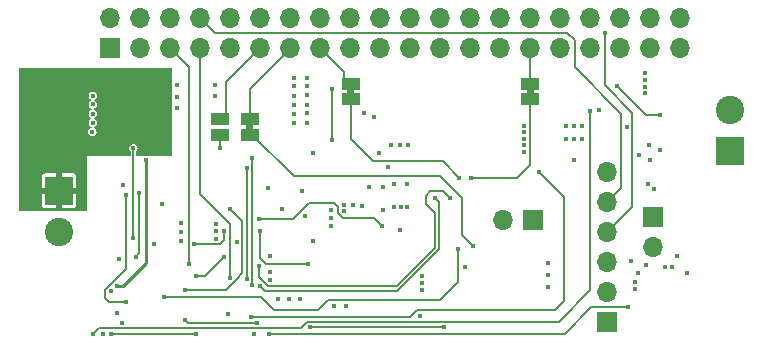
<source format=gbl>
%TF.GenerationSoftware,KiCad,Pcbnew,(6.0.5)*%
%TF.CreationDate,2022-05-29T19:21:05+02:00*%
%TF.ProjectId,SolarCamPiV2,536f6c61-7243-4616-9d50-6956322e6b69,rev?*%
%TF.SameCoordinates,Original*%
%TF.FileFunction,Copper,L4,Bot*%
%TF.FilePolarity,Positive*%
%FSLAX46Y46*%
G04 Gerber Fmt 4.6, Leading zero omitted, Abs format (unit mm)*
G04 Created by KiCad (PCBNEW (6.0.5)) date 2022-05-29 19:21:05*
%MOMM*%
%LPD*%
G01*
G04 APERTURE LIST*
%TA.AperFunction,ComponentPad*%
%ADD10R,1.700000X1.700000*%
%TD*%
%TA.AperFunction,ComponentPad*%
%ADD11O,1.700000X1.700000*%
%TD*%
%TA.AperFunction,ComponentPad*%
%ADD12R,2.400000X2.400000*%
%TD*%
%TA.AperFunction,ComponentPad*%
%ADD13C,2.400000*%
%TD*%
%TA.AperFunction,SMDPad,CuDef*%
%ADD14R,1.500000X1.000000*%
%TD*%
%TA.AperFunction,ViaPad*%
%ADD15C,0.450000*%
%TD*%
%TA.AperFunction,Conductor*%
%ADD16C,0.127000*%
%TD*%
%TA.AperFunction,Conductor*%
%ADD17C,0.250000*%
%TD*%
G04 APERTURE END LIST*
%TO.C,JP5*%
G36*
X144300000Y-108750000D02*
G01*
X143700000Y-108750000D01*
X143700000Y-108250000D01*
X144300000Y-108250000D01*
X144300000Y-108750000D01*
G37*
%TO.C,JP3*%
G36*
X120525000Y-111775000D02*
G01*
X119925000Y-111775000D01*
X119925000Y-111275000D01*
X120525000Y-111275000D01*
X120525000Y-111775000D01*
G37*
%TO.C,JP6*%
G36*
X129100000Y-108750000D02*
G01*
X128500000Y-108750000D01*
X128500000Y-108250000D01*
X129100000Y-108250000D01*
X129100000Y-108750000D01*
G37*
%TD*%
D10*
%TO.P,JP1,1,A*%
%TO.N,+3V3*%
X144250000Y-119425000D03*
D11*
%TO.P,JP1,2,B*%
%TO.N,/rpi_on_stm*%
X141710000Y-119425000D03*
%TD*%
D10*
%TO.P,J3,1,Pin_1*%
%TO.N,GND3*%
X150500000Y-128050000D03*
D11*
%TO.P,J3,2,Pin_2*%
%TO.N,unconnected-(J3-Pad2)*%
X150500000Y-125510000D03*
%TO.P,J3,3,Pin_3*%
%TO.N,unconnected-(J3-Pad3)*%
X150500000Y-122970000D03*
%TO.P,J3,4,Pin_4*%
%TO.N,/TX*%
X150500000Y-120430000D03*
%TO.P,J3,5,Pin_5*%
%TO.N,/RX*%
X150500000Y-117890000D03*
%TO.P,J3,6,Pin_6*%
%TO.N,unconnected-(J3-Pad6)*%
X150500000Y-115350000D03*
%TD*%
D12*
%TO.P,SC1,1,+*%
%TO.N,/+SOLAR*%
X104100000Y-116900000D03*
D13*
%TO.P,SC1,2,-*%
%TO.N,GND*%
X104100000Y-120400000D03*
%TD*%
D12*
%TO.P,BT1,1,+*%
%TO.N,Net-(BT1-Pad1)*%
X160900000Y-113550000D03*
D13*
%TO.P,BT1,2,-*%
%TO.N,GND2*%
X160900000Y-110050000D03*
%TD*%
D10*
%TO.P,JP4,1,A*%
%TO.N,+3V3*%
X154425000Y-119100000D03*
D11*
%TO.P,JP4,2,B*%
%TO.N,/u_batt_div_on*%
X154425000Y-121640000D03*
%TD*%
D14*
%TO.P,JP2,1,A*%
%TO.N,/~{RST}*%
X117725000Y-112175000D03*
%TO.P,JP2,2,B*%
%TO.N,Net-(J2-Pad11)*%
X117725000Y-110875000D03*
%TD*%
D10*
%TO.P,J2,1,Pin_1*%
%TO.N,unconnected-(J2-Pad1)*%
X108400000Y-104800000D03*
D11*
%TO.P,J2,2,Pin_2*%
%TO.N,+5V*%
X108400000Y-102260000D03*
%TO.P,J2,3,Pin_3*%
%TO.N,/SDA*%
X110940000Y-104800000D03*
%TO.P,J2,4,Pin_4*%
%TO.N,+5V*%
X110940000Y-102260000D03*
%TO.P,J2,5,Pin_5*%
%TO.N,/SCL*%
X113480000Y-104800000D03*
%TO.P,J2,6,Pin_6*%
%TO.N,GND3*%
X113480000Y-102260000D03*
%TO.P,J2,7,Pin_7*%
%TO.N,/GPIO*%
X116020000Y-104800000D03*
%TO.P,J2,8,Pin_8*%
%TO.N,/RX*%
X116020000Y-102260000D03*
%TO.P,J2,9,Pin_9*%
%TO.N,GND3*%
X118560000Y-104800000D03*
%TO.P,J2,10,Pin_10*%
%TO.N,/TX*%
X118560000Y-102260000D03*
%TO.P,J2,11,Pin_11*%
%TO.N,Net-(J2-Pad11)*%
X121100000Y-104800000D03*
%TO.P,J2,12,Pin_12*%
%TO.N,unconnected-(J2-Pad12)*%
X121100000Y-102260000D03*
%TO.P,J2,13,Pin_13*%
%TO.N,Net-(J2-Pad13)*%
X123640000Y-104800000D03*
%TO.P,J2,14,Pin_14*%
%TO.N,GND3*%
X123640000Y-102260000D03*
%TO.P,J2,15,Pin_15*%
%TO.N,Net-(J2-Pad15)*%
X126180000Y-104800000D03*
%TO.P,J2,16,Pin_16*%
%TO.N,unconnected-(J2-Pad16)*%
X126180000Y-102260000D03*
%TO.P,J2,17,Pin_17*%
%TO.N,unconnected-(J2-Pad17)*%
X128720000Y-104800000D03*
%TO.P,J2,18,Pin_18*%
%TO.N,unconnected-(J2-Pad18)*%
X128720000Y-102260000D03*
%TO.P,J2,19,Pin_19*%
%TO.N,unconnected-(J2-Pad19)*%
X131260000Y-104800000D03*
%TO.P,J2,20,Pin_20*%
%TO.N,GND3*%
X131260000Y-102260000D03*
%TO.P,J2,21,Pin_21*%
%TO.N,unconnected-(J2-Pad21)*%
X133800000Y-104800000D03*
%TO.P,J2,22,Pin_22*%
%TO.N,unconnected-(J2-Pad22)*%
X133800000Y-102260000D03*
%TO.P,J2,23,Pin_23*%
%TO.N,unconnected-(J2-Pad23)*%
X136340000Y-104800000D03*
%TO.P,J2,24,Pin_24*%
%TO.N,unconnected-(J2-Pad24)*%
X136340000Y-102260000D03*
%TO.P,J2,25,Pin_25*%
%TO.N,GND3*%
X138880000Y-104800000D03*
%TO.P,J2,26,Pin_26*%
%TO.N,unconnected-(J2-Pad26)*%
X138880000Y-102260000D03*
%TO.P,J2,27,Pin_27*%
%TO.N,unconnected-(J2-Pad27)*%
X141420000Y-104800000D03*
%TO.P,J2,28,Pin_28*%
%TO.N,unconnected-(J2-Pad28)*%
X141420000Y-102260000D03*
%TO.P,J2,29,Pin_29*%
%TO.N,Net-(J2-Pad29)*%
X143960000Y-104800000D03*
%TO.P,J2,30,Pin_30*%
%TO.N,GND3*%
X143960000Y-102260000D03*
%TO.P,J2,31,Pin_31*%
%TO.N,unconnected-(J2-Pad31)*%
X146500000Y-104800000D03*
%TO.P,J2,32,Pin_32*%
%TO.N,unconnected-(J2-Pad32)*%
X146500000Y-102260000D03*
%TO.P,J2,33,Pin_33*%
%TO.N,unconnected-(J2-Pad33)*%
X149040000Y-104800000D03*
%TO.P,J2,34,Pin_34*%
%TO.N,GND3*%
X149040000Y-102260000D03*
%TO.P,J2,35,Pin_35*%
%TO.N,unconnected-(J2-Pad35)*%
X151580000Y-104800000D03*
%TO.P,J2,36,Pin_36*%
%TO.N,unconnected-(J2-Pad36)*%
X151580000Y-102260000D03*
%TO.P,J2,37,Pin_37*%
%TO.N,unconnected-(J2-Pad37)*%
X154120000Y-104800000D03*
%TO.P,J2,38,Pin_38*%
%TO.N,unconnected-(J2-Pad38)*%
X154120000Y-102260000D03*
%TO.P,J2,39,Pin_39*%
%TO.N,GND3*%
X156660000Y-104800000D03*
%TO.P,J2,40,Pin_40*%
%TO.N,unconnected-(J2-Pad40)*%
X156660000Y-102260000D03*
%TD*%
D14*
%TO.P,JP5,1,A*%
%TO.N,/SWCLK*%
X144000000Y-109150000D03*
%TO.P,JP5,2,B*%
%TO.N,Net-(J2-Pad29)*%
X144000000Y-107850000D03*
%TD*%
%TO.P,JP3,1,A*%
%TO.N,/rpi_on_rpi*%
X120225000Y-112175000D03*
%TO.P,JP3,2,B*%
%TO.N,Net-(J2-Pad13)*%
X120225000Y-110875000D03*
%TD*%
%TO.P,JP6,1,A*%
%TO.N,/SWDIO*%
X128800000Y-109150000D03*
%TO.P,JP6,2,B*%
%TO.N,Net-(J2-Pad15)*%
X128800000Y-107850000D03*
%TD*%
D15*
%TO.N,GND2*%
X124025000Y-108075000D03*
X128250000Y-118650000D03*
X129775000Y-118225000D03*
X124025000Y-109625000D03*
X153750000Y-106975000D03*
X153750000Y-108675000D03*
X124025000Y-111150000D03*
X153750000Y-107540000D03*
X124700000Y-116950000D03*
X132425000Y-118300000D03*
X131500000Y-118500000D03*
X128250000Y-118150000D03*
X147700000Y-111400000D03*
X124025000Y-107325000D03*
X133600000Y-118300000D03*
X130750000Y-110650000D03*
X124025000Y-108850000D03*
X153750000Y-108100000D03*
X133025000Y-118300000D03*
X148400000Y-111400000D03*
X124025000Y-110375000D03*
X147000000Y-111400000D03*
X128975000Y-118125000D03*
%TO.N,GND1*%
X143450000Y-113600000D03*
X117400000Y-121000000D03*
X117400000Y-119700000D03*
X117400000Y-120350000D03*
X143450000Y-111950000D03*
X127100000Y-119200000D03*
X143450000Y-111400000D03*
X143450000Y-112500000D03*
X143450000Y-113050000D03*
X127100000Y-119900000D03*
X127100000Y-118500000D03*
%TO.N,/I_{Solar}*%
X108500000Y-129000000D03*
X118025000Y-122525000D03*
X115700000Y-124100000D03*
X115700000Y-129000000D03*
%TO.N,GND*%
X107800000Y-129000000D03*
X109550000Y-116425000D03*
X152500000Y-122900000D03*
X106962500Y-111150000D03*
X108500000Y-125398498D03*
X122950000Y-118425000D03*
X114450000Y-119675000D03*
X114450000Y-120400000D03*
X138500000Y-123400000D03*
X114082500Y-107967500D03*
X149800000Y-110100000D03*
X106950000Y-109600000D03*
X152900000Y-125200000D03*
X152150000Y-111550000D03*
X118400000Y-127325000D03*
X106950000Y-110400000D03*
X114075000Y-108950000D03*
X152900000Y-124600000D03*
X109400000Y-128100000D03*
X112175000Y-121425000D03*
X145500000Y-125100000D03*
X106950000Y-108875000D03*
X117317500Y-108882500D03*
X109150000Y-122650000D03*
X106925000Y-111925000D03*
X145500000Y-124050000D03*
X120600000Y-129050000D03*
X114450000Y-121125000D03*
X156400000Y-122450000D03*
X109000000Y-127300000D03*
X114057500Y-109942500D03*
X157300000Y-123900000D03*
X117317500Y-107957500D03*
X145500000Y-123000000D03*
%TO.N,/U_{Solar}*%
X109800000Y-126300000D03*
X109800000Y-117300000D03*
%TO.N,/I_{Charge}*%
X121000000Y-119325000D03*
X114725000Y-125325000D03*
X114725000Y-127825000D03*
X118550000Y-118425000D03*
X120900000Y-128075000D03*
X131400000Y-119875000D03*
%TO.N,/I_{Load}*%
X120325000Y-127625000D03*
X144700000Y-115300000D03*
%TO.N,+5V*%
X122000000Y-124475000D03*
X122000000Y-123750000D03*
X122000000Y-122425000D03*
%TO.N,/U_{Batt}*%
X107000000Y-129000000D03*
X149075000Y-110125000D03*
%TO.N,/~{RST}*%
X110400000Y-113300000D03*
X117700000Y-113300000D03*
X137875000Y-121825000D03*
X110400000Y-120900000D03*
X113000000Y-125900000D03*
%TO.N,Net-(C24-Pad1)*%
X109000000Y-124950000D03*
X111425000Y-114275000D03*
%TO.N,/~{CHRG}*%
X120450000Y-114125000D03*
X120450000Y-124900000D03*
%TO.N,/~{DONE}*%
X120000000Y-115025000D03*
X120000000Y-124425000D03*
%TO.N,GND3*%
X128400000Y-126700000D03*
X125625000Y-121125000D03*
X147700000Y-112500000D03*
X148400000Y-112500000D03*
X147700000Y-114300000D03*
X124500000Y-126100000D03*
X122600000Y-126100000D03*
X147000000Y-112500000D03*
X134700000Y-127500000D03*
X127400000Y-126700000D03*
X123600000Y-126100000D03*
%TO.N,+3V3*%
X133000000Y-120200000D03*
X153800000Y-123200000D03*
X112800000Y-118000000D03*
X124950000Y-119050000D03*
X119175000Y-121250000D03*
X153150000Y-123900000D03*
X121750000Y-116700000D03*
%TO.N,Net-(Q1-Pad1)*%
X127250000Y-108300000D03*
X127250000Y-112600000D03*
%TO.N,/u_batt_div_on*%
X121900000Y-129000000D03*
X152300000Y-126775000D03*
%TO.N,/SDA*%
X110900000Y-117100000D03*
X110600000Y-122500000D03*
%TO.N,/GPIO*%
X118550000Y-124325000D03*
%TO.N,/SWDIO*%
X135900000Y-117525000D03*
X121100000Y-125000000D03*
X138000000Y-115800000D03*
%TO.N,/SWCLK*%
X121000000Y-123300000D03*
X137175000Y-117525000D03*
X139000000Y-115800000D03*
%TO.N,/SCL*%
X115100000Y-123075000D03*
%TO.N,/+SOLAR*%
X113200000Y-110700000D03*
X113200000Y-109300000D03*
X131175000Y-113750000D03*
X113200000Y-112800000D03*
X113200000Y-110000000D03*
X125600000Y-113700000D03*
X125131180Y-108768680D03*
X125131180Y-111143680D03*
X113200000Y-108600000D03*
X129900000Y-110300000D03*
X125125000Y-107325000D03*
X113200000Y-107900000D03*
X113200000Y-112100000D03*
X125125000Y-108075000D03*
X125131180Y-110368680D03*
X125131180Y-109668680D03*
X113200000Y-111400000D03*
X113200000Y-107200000D03*
%TO.N,+BATT*%
X155000000Y-113500000D03*
X131500000Y-116575000D03*
X156025000Y-123375000D03*
X155000000Y-110475000D03*
X133600000Y-116375000D03*
X153200000Y-113900000D03*
X131950000Y-114925000D03*
X133650000Y-113025000D03*
X154450000Y-116800000D03*
X132425000Y-116375000D03*
X154150000Y-114350000D03*
X134825000Y-124750000D03*
X154050000Y-113050000D03*
X151350000Y-108025000D03*
X155400000Y-123350000D03*
X132175000Y-113025000D03*
X130325000Y-116575000D03*
X132925000Y-113025000D03*
X154000000Y-116350000D03*
X134825000Y-125350000D03*
X134800000Y-124150000D03*
%TO.N,/rpi_on_rpi*%
X139125000Y-121575000D03*
%TO.N,/rpi_on_stm*%
X125375000Y-128475000D03*
X136725000Y-128475000D03*
%TO.N,/TX*%
X150300000Y-103525000D03*
%TO.N,Net-(R10-Pad1)*%
X121125000Y-120300000D03*
X115525000Y-121425000D03*
X118075000Y-120300000D03*
X125200000Y-123100000D03*
%TD*%
D16*
%TO.N,/I_{Solar}*%
X115700000Y-124100000D02*
X116450000Y-124100000D01*
X116450000Y-124100000D02*
X118025000Y-122525000D01*
X112700000Y-129000000D02*
X108500000Y-129000000D01*
X115700000Y-129000000D02*
X112700000Y-129000000D01*
%TO.N,/U_{Solar}*%
X108000000Y-126000000D02*
X108300000Y-126300000D01*
X109800000Y-123500000D02*
X108000000Y-125300000D01*
X108000000Y-125300000D02*
X108000000Y-126000000D01*
X109800000Y-117300000D02*
X109800000Y-123500000D01*
X108300000Y-126300000D02*
X109800000Y-126300000D01*
%TO.N,/I_{Charge}*%
X127675000Y-118275000D02*
X127350000Y-117950000D01*
X125300000Y-117950000D02*
X123925000Y-119325000D01*
X128100000Y-119225000D02*
X127675000Y-118800000D01*
X131400000Y-119875000D02*
X130750000Y-119225000D01*
X119150000Y-124375000D02*
X118200000Y-125325000D01*
X119175000Y-124350000D02*
X119150000Y-124375000D01*
X114725000Y-127825000D02*
X114975000Y-128075000D01*
X130750000Y-119225000D02*
X128100000Y-119225000D01*
X123925000Y-119325000D02*
X121000000Y-119325000D01*
X119625000Y-121925000D02*
X119625000Y-123900000D01*
X119625000Y-119500000D02*
X119625000Y-121925000D01*
X127675000Y-118800000D02*
X127675000Y-118275000D01*
X127350000Y-117950000D02*
X125325000Y-117950000D01*
X114975000Y-128075000D02*
X120900000Y-128075000D01*
X125325000Y-117950000D02*
X125300000Y-117950000D01*
X119625000Y-123900000D02*
X119175000Y-124350000D01*
X118550000Y-118425000D02*
X119625000Y-119500000D01*
X118200000Y-125325000D02*
X114725000Y-125325000D01*
%TO.N,/I_{Load}*%
X146075000Y-127025000D02*
X146825000Y-126275000D01*
X120325000Y-127625000D02*
X133825000Y-127625000D01*
X146825000Y-126275000D02*
X146825000Y-117425000D01*
X146825000Y-117425000D02*
X144700000Y-115300000D01*
X134425000Y-127025000D02*
X146075000Y-127025000D01*
X133825000Y-127625000D02*
X134425000Y-127025000D01*
%TO.N,/U_{Batt}*%
X107450000Y-128550000D02*
X124600000Y-128550000D01*
X146400000Y-128025000D02*
X149075000Y-125350000D01*
X125125000Y-128025000D02*
X146400000Y-128025000D01*
X124600000Y-128550000D02*
X125125000Y-128025000D01*
X107000000Y-129000000D02*
X107450000Y-128550000D01*
X149075000Y-125350000D02*
X149075000Y-110125000D01*
%TO.N,/~{RST}*%
X137875000Y-124600000D02*
X137875000Y-121825000D01*
X121200000Y-125900000D02*
X122300000Y-127000000D01*
X113000000Y-125900000D02*
X121125000Y-125900000D01*
X122300000Y-127000000D02*
X126050000Y-127000000D01*
X136325000Y-126150000D02*
X137875000Y-124600000D01*
X130425000Y-126150000D02*
X136325000Y-126150000D01*
X117725000Y-113275000D02*
X117700000Y-113300000D01*
X126050000Y-127000000D02*
X126900000Y-126150000D01*
X117725000Y-112175000D02*
X117725000Y-113275000D01*
X110400000Y-120900000D02*
X110400000Y-113300000D01*
X121125000Y-125900000D02*
X121200000Y-125900000D01*
X126900000Y-126150000D02*
X130425000Y-126150000D01*
D17*
%TO.N,Net-(C24-Pad1)*%
X111425000Y-114275000D02*
X111425000Y-123000000D01*
X111425000Y-123000000D02*
X109475000Y-124950000D01*
X109475000Y-124950000D02*
X109000000Y-124950000D01*
D16*
%TO.N,/~{CHRG}*%
X120450000Y-124900000D02*
X120450000Y-114125000D01*
%TO.N,/~{DONE}*%
X120000000Y-124425000D02*
X120000000Y-115025000D01*
%TO.N,Net-(Q1-Pad1)*%
X127250000Y-112600000D02*
X127250000Y-108300000D01*
%TO.N,/u_batt_div_on*%
X121900000Y-129000000D02*
X146925000Y-129000000D01*
X146925000Y-129000000D02*
X149150000Y-126775000D01*
X149150000Y-126775000D02*
X151725000Y-126775000D01*
X151725000Y-126775000D02*
X152300000Y-126775000D01*
%TO.N,/SDA*%
X110900000Y-122000000D02*
X110900000Y-122200000D01*
X110900000Y-122200000D02*
X110600000Y-122500000D01*
X110900000Y-117100000D02*
X110900000Y-122000000D01*
X110900000Y-122000000D02*
X110900000Y-122120000D01*
%TO.N,/GPIO*%
X116020000Y-104800000D02*
X116020000Y-117220000D01*
X118550000Y-124325000D02*
X118550000Y-119750000D01*
X116020000Y-117220000D02*
X118550000Y-119750000D01*
%TO.N,/SWDIO*%
X136600000Y-114400000D02*
X138000000Y-115800000D01*
X121100000Y-125000000D02*
X121500000Y-125400000D01*
X124800000Y-125400000D02*
X132725000Y-125400000D01*
X121500000Y-125400000D02*
X122400000Y-125400000D01*
X122400000Y-125400000D02*
X124800000Y-125400000D01*
X133212500Y-124912500D02*
X136262500Y-121862500D01*
X130700000Y-114400000D02*
X132300000Y-114400000D01*
X128800000Y-112500000D02*
X130700000Y-114400000D01*
X136262500Y-117887500D02*
X136262500Y-121862500D01*
X132725000Y-125400000D02*
X133212500Y-124912500D01*
X135900000Y-117525000D02*
X136262500Y-117887500D01*
X128800000Y-109150000D02*
X128800000Y-112500000D01*
X132300000Y-114400000D02*
X136600000Y-114400000D01*
%TO.N,/SWCLK*%
X124850000Y-125000000D02*
X121800000Y-125000000D01*
X137175000Y-117525000D02*
X136600000Y-116950000D01*
X121800000Y-125000000D02*
X121000000Y-124200000D01*
X135950000Y-118825000D02*
X135950000Y-121725000D01*
X135500000Y-116950000D02*
X135125000Y-117325000D01*
X136600000Y-116950000D02*
X135500000Y-116950000D01*
X121000000Y-124200000D02*
X121000000Y-123300000D01*
X132675000Y-125000000D02*
X133037500Y-124637500D01*
X135125000Y-117325000D02*
X135125000Y-118000000D01*
X135125000Y-118000000D02*
X135950000Y-118825000D01*
X135950000Y-121725000D02*
X133037500Y-124637500D01*
X142900000Y-115800000D02*
X144000000Y-114700000D01*
X144000000Y-114700000D02*
X144000000Y-109200000D01*
X139000000Y-115800000D02*
X142900000Y-115800000D01*
X124850000Y-125000000D02*
X132675000Y-125000000D01*
%TO.N,/SCL*%
X114350000Y-105650000D02*
X113500000Y-104800000D01*
X113480000Y-104800000D02*
X115100000Y-106420000D01*
X115100000Y-106420000D02*
X115100000Y-123075000D01*
%TO.N,+BATT*%
X153475000Y-110150000D02*
X153800000Y-110475000D01*
X151350000Y-108025000D02*
X153475000Y-110150000D01*
X153800000Y-110475000D02*
X155000000Y-110475000D01*
%TO.N,/rpi_on_rpi*%
X138250000Y-117550000D02*
X136350000Y-115650000D01*
X136350000Y-115650000D02*
X123975000Y-115650000D01*
X138250000Y-120700000D02*
X138250000Y-117550000D01*
X139125000Y-121575000D02*
X138250000Y-120700000D01*
X120475000Y-112150000D02*
X120175000Y-112150000D01*
X123975000Y-115650000D02*
X120475000Y-112150000D01*
%TO.N,/rpi_on_stm*%
X136725000Y-128475000D02*
X125375000Y-128475000D01*
%TO.N,/RX*%
X151700000Y-116675000D02*
X150500000Y-117875000D01*
X151700000Y-110400000D02*
X151700000Y-116675000D01*
X147775000Y-104175000D02*
X147775000Y-106475000D01*
X117285000Y-103525000D02*
X147125000Y-103525000D01*
X147775000Y-106475000D02*
X151700000Y-110400000D01*
X116020000Y-102260000D02*
X117285000Y-103525000D01*
X147125000Y-103525000D02*
X147775000Y-104175000D01*
%TO.N,/TX*%
X152650000Y-110300000D02*
X150300000Y-107950000D01*
X150300000Y-107950000D02*
X150300000Y-103525000D01*
X152650000Y-118280000D02*
X152650000Y-110300000D01*
X150500000Y-120430000D02*
X152650000Y-118280000D01*
%TO.N,Net-(J2-Pad11)*%
X121100000Y-104800000D02*
X118225000Y-107675000D01*
X118225000Y-107675000D02*
X118225000Y-110750000D01*
%TO.N,Net-(J2-Pad13)*%
X120225000Y-110875000D02*
X120225000Y-108275000D01*
X120225000Y-108275000D02*
X123700000Y-104800000D01*
%TO.N,Net-(J2-Pad15)*%
X126180000Y-104800000D02*
X128200000Y-106820000D01*
X128200000Y-106820000D02*
X128200000Y-107600000D01*
%TO.N,Net-(J2-Pad29)*%
X144000000Y-107850000D02*
X144000000Y-104800000D01*
%TO.N,Net-(R10-Pad1)*%
X115525000Y-121425000D02*
X117725000Y-121425000D01*
X118075000Y-120300000D02*
X118075000Y-121075000D01*
X121125000Y-121900000D02*
X121125000Y-120300000D01*
X121125000Y-122625000D02*
X121125000Y-121900000D01*
X125200000Y-123100000D02*
X121600000Y-123100000D01*
X121600000Y-123100000D02*
X121125000Y-122625000D01*
X118075000Y-121075000D02*
X117725000Y-121425000D01*
X121125000Y-121900000D02*
X121125000Y-121425000D01*
%TD*%
%TA.AperFunction,Conductor*%
%TO.N,/+SOLAR*%
G36*
X102925994Y-106500571D02*
G01*
X103260270Y-106546064D01*
X103261769Y-106546123D01*
X103261770Y-106546123D01*
X103281066Y-106546881D01*
X103373174Y-106550500D01*
X103587754Y-106550500D01*
X103845890Y-106535842D01*
X104049223Y-106500903D01*
X104059806Y-106500000D01*
X113637500Y-106500000D01*
X113681694Y-106518306D01*
X113700000Y-106562500D01*
X113700000Y-113937500D01*
X113681694Y-113981694D01*
X113637500Y-114000000D01*
X111672677Y-114000000D01*
X111636879Y-113988369D01*
X111634777Y-113986267D01*
X111535286Y-113935574D01*
X111425000Y-113918106D01*
X111314714Y-113935574D01*
X111215223Y-113986267D01*
X111213121Y-113988369D01*
X111177323Y-114000000D01*
X110653500Y-114000000D01*
X110609306Y-113981694D01*
X110591000Y-113937500D01*
X110591000Y-113633269D01*
X110609306Y-113589075D01*
X110609602Y-113588822D01*
X110609777Y-113588733D01*
X110688733Y-113509777D01*
X110739426Y-113410286D01*
X110756894Y-113300000D01*
X110739426Y-113189714D01*
X110688733Y-113090223D01*
X110609777Y-113011267D01*
X110510286Y-112960574D01*
X110400000Y-112943106D01*
X110289714Y-112960574D01*
X110190223Y-113011267D01*
X110111267Y-113090223D01*
X110060574Y-113189714D01*
X110043106Y-113300000D01*
X110060574Y-113410286D01*
X110111267Y-113509777D01*
X110190223Y-113588733D01*
X110188178Y-113590778D01*
X110208228Y-113623475D01*
X110209000Y-113633269D01*
X110209000Y-113937500D01*
X110190694Y-113981694D01*
X110146500Y-114000000D01*
X106500000Y-114000000D01*
X106500000Y-118537500D01*
X106481694Y-118581694D01*
X106437500Y-118600000D01*
X100762500Y-118600000D01*
X100718306Y-118581694D01*
X100700000Y-118537500D01*
X100700000Y-118121945D01*
X102646001Y-118121945D01*
X102646600Y-118128030D01*
X102659536Y-118193068D01*
X102664157Y-118204224D01*
X102713457Y-118278007D01*
X102721993Y-118286543D01*
X102795775Y-118335843D01*
X102806933Y-118340464D01*
X102871970Y-118353401D01*
X102878054Y-118354000D01*
X103833569Y-118354000D01*
X103842359Y-118350359D01*
X103846000Y-118341569D01*
X103846000Y-118341568D01*
X104354000Y-118341568D01*
X104357641Y-118350358D01*
X104366431Y-118353999D01*
X105321945Y-118353999D01*
X105328030Y-118353400D01*
X105393068Y-118340464D01*
X105404224Y-118335843D01*
X105478007Y-118286543D01*
X105486543Y-118278007D01*
X105535843Y-118204225D01*
X105540464Y-118193067D01*
X105553401Y-118128030D01*
X105554000Y-118121946D01*
X105554000Y-117166431D01*
X105550359Y-117157641D01*
X105541569Y-117154000D01*
X104366431Y-117154000D01*
X104357641Y-117157641D01*
X104354000Y-117166431D01*
X104354000Y-118341568D01*
X103846000Y-118341568D01*
X103846000Y-117166431D01*
X103842359Y-117157641D01*
X103833569Y-117154000D01*
X102658432Y-117154000D01*
X102649642Y-117157641D01*
X102646001Y-117166431D01*
X102646001Y-118121945D01*
X100700000Y-118121945D01*
X100700000Y-116633569D01*
X102646000Y-116633569D01*
X102649641Y-116642359D01*
X102658431Y-116646000D01*
X103833569Y-116646000D01*
X103842359Y-116642359D01*
X103846000Y-116633569D01*
X104354000Y-116633569D01*
X104357641Y-116642359D01*
X104366431Y-116646000D01*
X105541568Y-116646000D01*
X105550358Y-116642359D01*
X105553999Y-116633569D01*
X105553999Y-115678055D01*
X105553400Y-115671970D01*
X105540464Y-115606932D01*
X105535843Y-115595776D01*
X105486543Y-115521993D01*
X105478007Y-115513457D01*
X105404225Y-115464157D01*
X105393067Y-115459536D01*
X105328030Y-115446599D01*
X105321946Y-115446000D01*
X104366431Y-115446000D01*
X104357641Y-115449641D01*
X104354000Y-115458431D01*
X104354000Y-116633569D01*
X103846000Y-116633569D01*
X103846000Y-115458432D01*
X103842359Y-115449642D01*
X103833569Y-115446001D01*
X102878055Y-115446001D01*
X102871970Y-115446600D01*
X102806932Y-115459536D01*
X102795776Y-115464157D01*
X102721993Y-115513457D01*
X102713457Y-115521993D01*
X102664157Y-115595775D01*
X102659536Y-115606933D01*
X102646599Y-115671970D01*
X102646000Y-115678054D01*
X102646000Y-116633569D01*
X100700000Y-116633569D01*
X100700000Y-111925000D01*
X106568106Y-111925000D01*
X106585574Y-112035286D01*
X106636267Y-112134777D01*
X106715223Y-112213733D01*
X106814714Y-112264426D01*
X106925000Y-112281894D01*
X107035286Y-112264426D01*
X107134777Y-112213733D01*
X107213733Y-112134777D01*
X107264426Y-112035286D01*
X107281894Y-111925000D01*
X107264426Y-111814714D01*
X107213733Y-111715223D01*
X107134777Y-111636267D01*
X107068136Y-111602312D01*
X107037070Y-111565937D01*
X107040823Y-111518249D01*
X107073328Y-111490491D01*
X107072786Y-111489426D01*
X107167894Y-111440966D01*
X107172277Y-111438733D01*
X107251233Y-111359777D01*
X107301926Y-111260286D01*
X107319394Y-111150000D01*
X107301926Y-111039714D01*
X107251233Y-110940223D01*
X107172277Y-110861267D01*
X107106011Y-110827503D01*
X107074945Y-110791128D01*
X107078698Y-110743440D01*
X107106011Y-110716128D01*
X107138796Y-110699423D01*
X107155395Y-110690966D01*
X107155398Y-110690964D01*
X107159777Y-110688733D01*
X107238733Y-110609777D01*
X107289426Y-110510286D01*
X107306894Y-110400000D01*
X107289426Y-110289714D01*
X107238733Y-110190223D01*
X107159777Y-110111267D01*
X107060286Y-110060574D01*
X107055422Y-110059804D01*
X107054309Y-110059442D01*
X107017934Y-110028376D01*
X107014179Y-109980688D01*
X107045245Y-109944313D01*
X107054309Y-109940558D01*
X107055422Y-109940196D01*
X107060286Y-109939426D01*
X107159777Y-109888733D01*
X107238733Y-109809777D01*
X107289426Y-109710286D01*
X107306894Y-109600000D01*
X107289426Y-109489714D01*
X107238733Y-109390223D01*
X107159777Y-109311267D01*
X107124295Y-109293188D01*
X107093228Y-109256814D01*
X107096981Y-109209126D01*
X107124295Y-109181812D01*
X107155394Y-109165966D01*
X107159777Y-109163733D01*
X107238733Y-109084777D01*
X107289426Y-108985286D01*
X107306894Y-108875000D01*
X107289426Y-108764714D01*
X107238733Y-108665223D01*
X107159777Y-108586267D01*
X107060286Y-108535574D01*
X106950000Y-108518106D01*
X106839714Y-108535574D01*
X106740223Y-108586267D01*
X106661267Y-108665223D01*
X106610574Y-108764714D01*
X106593106Y-108875000D01*
X106610574Y-108985286D01*
X106661267Y-109084777D01*
X106740223Y-109163733D01*
X106744606Y-109165966D01*
X106775705Y-109181812D01*
X106806772Y-109218186D01*
X106803019Y-109265874D01*
X106775705Y-109293188D01*
X106740223Y-109311267D01*
X106661267Y-109390223D01*
X106610574Y-109489714D01*
X106593106Y-109600000D01*
X106610574Y-109710286D01*
X106661267Y-109809777D01*
X106740223Y-109888733D01*
X106839714Y-109939426D01*
X106844578Y-109940196D01*
X106845691Y-109940558D01*
X106882066Y-109971624D01*
X106885821Y-110019312D01*
X106854755Y-110055687D01*
X106845691Y-110059442D01*
X106844578Y-110059804D01*
X106839714Y-110060574D01*
X106740223Y-110111267D01*
X106661267Y-110190223D01*
X106610574Y-110289714D01*
X106593106Y-110400000D01*
X106610574Y-110510286D01*
X106661267Y-110609777D01*
X106740223Y-110688733D01*
X106793987Y-110716127D01*
X106806489Y-110722497D01*
X106837555Y-110758872D01*
X106833802Y-110806560D01*
X106806489Y-110833872D01*
X106773704Y-110850577D01*
X106757105Y-110859034D01*
X106757104Y-110859035D01*
X106752723Y-110861267D01*
X106673767Y-110940223D01*
X106623074Y-111039714D01*
X106605606Y-111150000D01*
X106623074Y-111260286D01*
X106673767Y-111359777D01*
X106752723Y-111438733D01*
X106819364Y-111472688D01*
X106850430Y-111509063D01*
X106846677Y-111556751D01*
X106814172Y-111584509D01*
X106814714Y-111585574D01*
X106715223Y-111636267D01*
X106636267Y-111715223D01*
X106585574Y-111814714D01*
X106568106Y-111925000D01*
X100700000Y-111925000D01*
X100700000Y-106562500D01*
X100718306Y-106518306D01*
X100762500Y-106500000D01*
X102917567Y-106500000D01*
X102925994Y-106500571D01*
G37*
%TD.AperFunction*%
%TD*%
M02*

</source>
